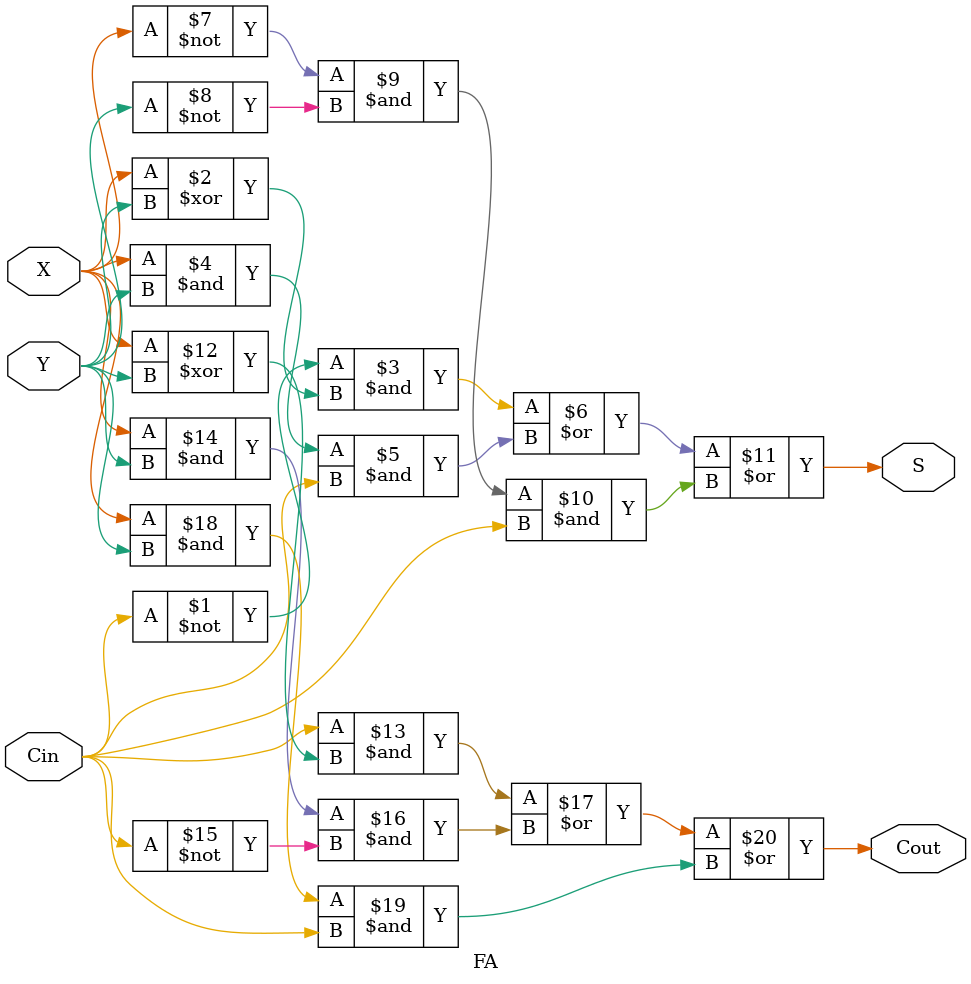
<source format=v>
module FA(Cin, X, Y, S, Cout);
	input Cin, X, Y;
	output S, Cout;
	
	assign S = (~Cin&(X^Y))|(X&Y&Cin)|(~X&~Y&Cin);
	assign Cout = (Cin&(X^Y))|(X&Y&~Cin)|(X&Y&Cin);
	
endmodule
</source>
